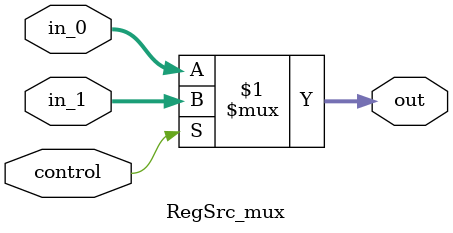
<source format=v>
module RegSrc_mux (
    input wire control,

    input wire[31:0] in_0, // sp - 0
    input wire[31:0] in_1, // instrução (rs) - 1

    output wire[31:0] out
);

    assign out = control ? in_1 : in_0;
endmodule

</source>
